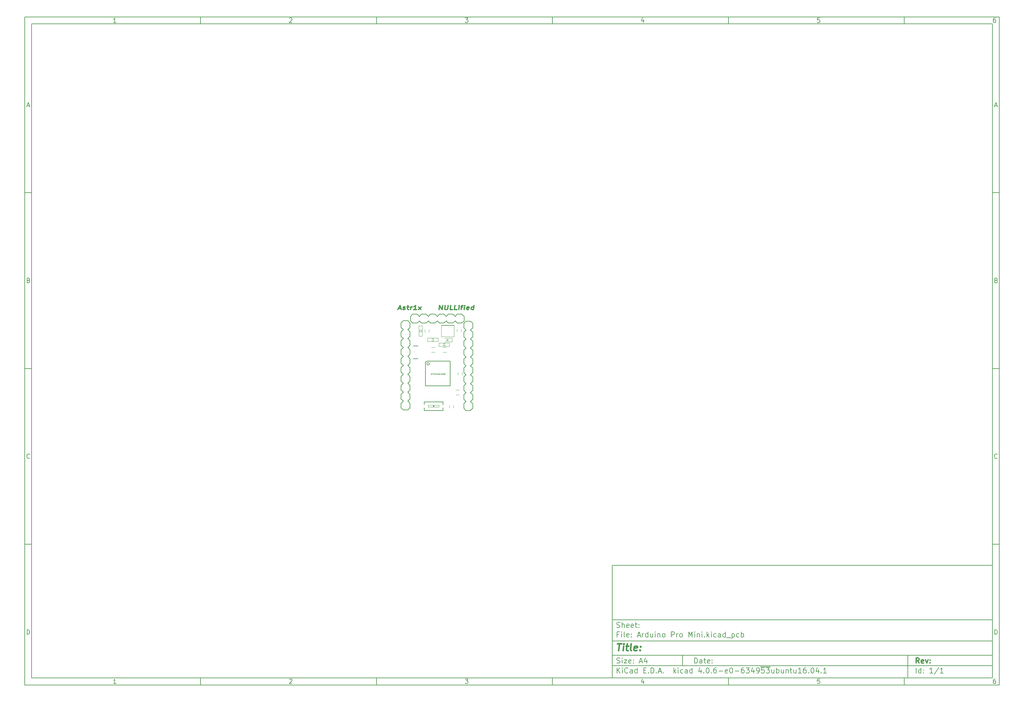
<source format=gbr>
G04 #@! TF.FileFunction,Legend,Top*
%FSLAX46Y46*%
G04 Gerber Fmt 4.6, Leading zero omitted, Abs format (unit mm)*
G04 Created by KiCad (PCBNEW 4.0.6-e0-6349~53~ubuntu16.04.1) date Wed Jun 21 16:24:44 2017*
%MOMM*%
%LPD*%
G01*
G04 APERTURE LIST*
%ADD10C,0.100000*%
%ADD11C,0.150000*%
%ADD12C,0.300000*%
%ADD13C,0.400000*%
%ADD14C,0.120000*%
%ADD15C,0.066040*%
%ADD16C,0.050800*%
%ADD17C,0.203200*%
%ADD18C,0.050000*%
%ADD19C,0.152400*%
%ADD20C,0.101600*%
G04 APERTURE END LIST*
D10*
D11*
X177002200Y-166007200D02*
X177002200Y-198007200D01*
X285002200Y-198007200D01*
X285002200Y-166007200D01*
X177002200Y-166007200D01*
D10*
D11*
X10000000Y-10000000D02*
X10000000Y-200007200D01*
X287002200Y-200007200D01*
X287002200Y-10000000D01*
X10000000Y-10000000D01*
D10*
D11*
X12000000Y-12000000D02*
X12000000Y-198007200D01*
X285002200Y-198007200D01*
X285002200Y-12000000D01*
X12000000Y-12000000D01*
D10*
D11*
X60000000Y-12000000D02*
X60000000Y-10000000D01*
D10*
D11*
X110000000Y-12000000D02*
X110000000Y-10000000D01*
D10*
D11*
X160000000Y-12000000D02*
X160000000Y-10000000D01*
D10*
D11*
X210000000Y-12000000D02*
X210000000Y-10000000D01*
D10*
D11*
X260000000Y-12000000D02*
X260000000Y-10000000D01*
D10*
D11*
X35990476Y-11588095D02*
X35247619Y-11588095D01*
X35619048Y-11588095D02*
X35619048Y-10288095D01*
X35495238Y-10473810D01*
X35371429Y-10597619D01*
X35247619Y-10659524D01*
D10*
D11*
X85247619Y-10411905D02*
X85309524Y-10350000D01*
X85433333Y-10288095D01*
X85742857Y-10288095D01*
X85866667Y-10350000D01*
X85928571Y-10411905D01*
X85990476Y-10535714D01*
X85990476Y-10659524D01*
X85928571Y-10845238D01*
X85185714Y-11588095D01*
X85990476Y-11588095D01*
D10*
D11*
X135185714Y-10288095D02*
X135990476Y-10288095D01*
X135557143Y-10783333D01*
X135742857Y-10783333D01*
X135866667Y-10845238D01*
X135928571Y-10907143D01*
X135990476Y-11030952D01*
X135990476Y-11340476D01*
X135928571Y-11464286D01*
X135866667Y-11526190D01*
X135742857Y-11588095D01*
X135371429Y-11588095D01*
X135247619Y-11526190D01*
X135185714Y-11464286D01*
D10*
D11*
X185866667Y-10721429D02*
X185866667Y-11588095D01*
X185557143Y-10226190D02*
X185247619Y-11154762D01*
X186052381Y-11154762D01*
D10*
D11*
X235928571Y-10288095D02*
X235309524Y-10288095D01*
X235247619Y-10907143D01*
X235309524Y-10845238D01*
X235433333Y-10783333D01*
X235742857Y-10783333D01*
X235866667Y-10845238D01*
X235928571Y-10907143D01*
X235990476Y-11030952D01*
X235990476Y-11340476D01*
X235928571Y-11464286D01*
X235866667Y-11526190D01*
X235742857Y-11588095D01*
X235433333Y-11588095D01*
X235309524Y-11526190D01*
X235247619Y-11464286D01*
D10*
D11*
X285866667Y-10288095D02*
X285619048Y-10288095D01*
X285495238Y-10350000D01*
X285433333Y-10411905D01*
X285309524Y-10597619D01*
X285247619Y-10845238D01*
X285247619Y-11340476D01*
X285309524Y-11464286D01*
X285371429Y-11526190D01*
X285495238Y-11588095D01*
X285742857Y-11588095D01*
X285866667Y-11526190D01*
X285928571Y-11464286D01*
X285990476Y-11340476D01*
X285990476Y-11030952D01*
X285928571Y-10907143D01*
X285866667Y-10845238D01*
X285742857Y-10783333D01*
X285495238Y-10783333D01*
X285371429Y-10845238D01*
X285309524Y-10907143D01*
X285247619Y-11030952D01*
D10*
D11*
X60000000Y-198007200D02*
X60000000Y-200007200D01*
D10*
D11*
X110000000Y-198007200D02*
X110000000Y-200007200D01*
D10*
D11*
X160000000Y-198007200D02*
X160000000Y-200007200D01*
D10*
D11*
X210000000Y-198007200D02*
X210000000Y-200007200D01*
D10*
D11*
X260000000Y-198007200D02*
X260000000Y-200007200D01*
D10*
D11*
X35990476Y-199595295D02*
X35247619Y-199595295D01*
X35619048Y-199595295D02*
X35619048Y-198295295D01*
X35495238Y-198481010D01*
X35371429Y-198604819D01*
X35247619Y-198666724D01*
D10*
D11*
X85247619Y-198419105D02*
X85309524Y-198357200D01*
X85433333Y-198295295D01*
X85742857Y-198295295D01*
X85866667Y-198357200D01*
X85928571Y-198419105D01*
X85990476Y-198542914D01*
X85990476Y-198666724D01*
X85928571Y-198852438D01*
X85185714Y-199595295D01*
X85990476Y-199595295D01*
D10*
D11*
X135185714Y-198295295D02*
X135990476Y-198295295D01*
X135557143Y-198790533D01*
X135742857Y-198790533D01*
X135866667Y-198852438D01*
X135928571Y-198914343D01*
X135990476Y-199038152D01*
X135990476Y-199347676D01*
X135928571Y-199471486D01*
X135866667Y-199533390D01*
X135742857Y-199595295D01*
X135371429Y-199595295D01*
X135247619Y-199533390D01*
X135185714Y-199471486D01*
D10*
D11*
X185866667Y-198728629D02*
X185866667Y-199595295D01*
X185557143Y-198233390D02*
X185247619Y-199161962D01*
X186052381Y-199161962D01*
D10*
D11*
X235928571Y-198295295D02*
X235309524Y-198295295D01*
X235247619Y-198914343D01*
X235309524Y-198852438D01*
X235433333Y-198790533D01*
X235742857Y-198790533D01*
X235866667Y-198852438D01*
X235928571Y-198914343D01*
X235990476Y-199038152D01*
X235990476Y-199347676D01*
X235928571Y-199471486D01*
X235866667Y-199533390D01*
X235742857Y-199595295D01*
X235433333Y-199595295D01*
X235309524Y-199533390D01*
X235247619Y-199471486D01*
D10*
D11*
X285866667Y-198295295D02*
X285619048Y-198295295D01*
X285495238Y-198357200D01*
X285433333Y-198419105D01*
X285309524Y-198604819D01*
X285247619Y-198852438D01*
X285247619Y-199347676D01*
X285309524Y-199471486D01*
X285371429Y-199533390D01*
X285495238Y-199595295D01*
X285742857Y-199595295D01*
X285866667Y-199533390D01*
X285928571Y-199471486D01*
X285990476Y-199347676D01*
X285990476Y-199038152D01*
X285928571Y-198914343D01*
X285866667Y-198852438D01*
X285742857Y-198790533D01*
X285495238Y-198790533D01*
X285371429Y-198852438D01*
X285309524Y-198914343D01*
X285247619Y-199038152D01*
D10*
D11*
X10000000Y-60000000D02*
X12000000Y-60000000D01*
D10*
D11*
X10000000Y-110000000D02*
X12000000Y-110000000D01*
D10*
D11*
X10000000Y-160000000D02*
X12000000Y-160000000D01*
D10*
D11*
X10690476Y-35216667D02*
X11309524Y-35216667D01*
X10566667Y-35588095D02*
X11000000Y-34288095D01*
X11433333Y-35588095D01*
D10*
D11*
X11092857Y-84907143D02*
X11278571Y-84969048D01*
X11340476Y-85030952D01*
X11402381Y-85154762D01*
X11402381Y-85340476D01*
X11340476Y-85464286D01*
X11278571Y-85526190D01*
X11154762Y-85588095D01*
X10659524Y-85588095D01*
X10659524Y-84288095D01*
X11092857Y-84288095D01*
X11216667Y-84350000D01*
X11278571Y-84411905D01*
X11340476Y-84535714D01*
X11340476Y-84659524D01*
X11278571Y-84783333D01*
X11216667Y-84845238D01*
X11092857Y-84907143D01*
X10659524Y-84907143D01*
D10*
D11*
X11402381Y-135464286D02*
X11340476Y-135526190D01*
X11154762Y-135588095D01*
X11030952Y-135588095D01*
X10845238Y-135526190D01*
X10721429Y-135402381D01*
X10659524Y-135278571D01*
X10597619Y-135030952D01*
X10597619Y-134845238D01*
X10659524Y-134597619D01*
X10721429Y-134473810D01*
X10845238Y-134350000D01*
X11030952Y-134288095D01*
X11154762Y-134288095D01*
X11340476Y-134350000D01*
X11402381Y-134411905D01*
D10*
D11*
X10659524Y-185588095D02*
X10659524Y-184288095D01*
X10969048Y-184288095D01*
X11154762Y-184350000D01*
X11278571Y-184473810D01*
X11340476Y-184597619D01*
X11402381Y-184845238D01*
X11402381Y-185030952D01*
X11340476Y-185278571D01*
X11278571Y-185402381D01*
X11154762Y-185526190D01*
X10969048Y-185588095D01*
X10659524Y-185588095D01*
D10*
D11*
X287002200Y-60000000D02*
X285002200Y-60000000D01*
D10*
D11*
X287002200Y-110000000D02*
X285002200Y-110000000D01*
D10*
D11*
X287002200Y-160000000D02*
X285002200Y-160000000D01*
D10*
D11*
X285692676Y-35216667D02*
X286311724Y-35216667D01*
X285568867Y-35588095D02*
X286002200Y-34288095D01*
X286435533Y-35588095D01*
D10*
D11*
X286095057Y-84907143D02*
X286280771Y-84969048D01*
X286342676Y-85030952D01*
X286404581Y-85154762D01*
X286404581Y-85340476D01*
X286342676Y-85464286D01*
X286280771Y-85526190D01*
X286156962Y-85588095D01*
X285661724Y-85588095D01*
X285661724Y-84288095D01*
X286095057Y-84288095D01*
X286218867Y-84350000D01*
X286280771Y-84411905D01*
X286342676Y-84535714D01*
X286342676Y-84659524D01*
X286280771Y-84783333D01*
X286218867Y-84845238D01*
X286095057Y-84907143D01*
X285661724Y-84907143D01*
D10*
D11*
X286404581Y-135464286D02*
X286342676Y-135526190D01*
X286156962Y-135588095D01*
X286033152Y-135588095D01*
X285847438Y-135526190D01*
X285723629Y-135402381D01*
X285661724Y-135278571D01*
X285599819Y-135030952D01*
X285599819Y-134845238D01*
X285661724Y-134597619D01*
X285723629Y-134473810D01*
X285847438Y-134350000D01*
X286033152Y-134288095D01*
X286156962Y-134288095D01*
X286342676Y-134350000D01*
X286404581Y-134411905D01*
D10*
D11*
X285661724Y-185588095D02*
X285661724Y-184288095D01*
X285971248Y-184288095D01*
X286156962Y-184350000D01*
X286280771Y-184473810D01*
X286342676Y-184597619D01*
X286404581Y-184845238D01*
X286404581Y-185030952D01*
X286342676Y-185278571D01*
X286280771Y-185402381D01*
X286156962Y-185526190D01*
X285971248Y-185588095D01*
X285661724Y-185588095D01*
D10*
D11*
X200359343Y-193785771D02*
X200359343Y-192285771D01*
X200716486Y-192285771D01*
X200930771Y-192357200D01*
X201073629Y-192500057D01*
X201145057Y-192642914D01*
X201216486Y-192928629D01*
X201216486Y-193142914D01*
X201145057Y-193428629D01*
X201073629Y-193571486D01*
X200930771Y-193714343D01*
X200716486Y-193785771D01*
X200359343Y-193785771D01*
X202502200Y-193785771D02*
X202502200Y-193000057D01*
X202430771Y-192857200D01*
X202287914Y-192785771D01*
X202002200Y-192785771D01*
X201859343Y-192857200D01*
X202502200Y-193714343D02*
X202359343Y-193785771D01*
X202002200Y-193785771D01*
X201859343Y-193714343D01*
X201787914Y-193571486D01*
X201787914Y-193428629D01*
X201859343Y-193285771D01*
X202002200Y-193214343D01*
X202359343Y-193214343D01*
X202502200Y-193142914D01*
X203002200Y-192785771D02*
X203573629Y-192785771D01*
X203216486Y-192285771D02*
X203216486Y-193571486D01*
X203287914Y-193714343D01*
X203430772Y-193785771D01*
X203573629Y-193785771D01*
X204645057Y-193714343D02*
X204502200Y-193785771D01*
X204216486Y-193785771D01*
X204073629Y-193714343D01*
X204002200Y-193571486D01*
X204002200Y-193000057D01*
X204073629Y-192857200D01*
X204216486Y-192785771D01*
X204502200Y-192785771D01*
X204645057Y-192857200D01*
X204716486Y-193000057D01*
X204716486Y-193142914D01*
X204002200Y-193285771D01*
X205359343Y-193642914D02*
X205430771Y-193714343D01*
X205359343Y-193785771D01*
X205287914Y-193714343D01*
X205359343Y-193642914D01*
X205359343Y-193785771D01*
X205359343Y-192857200D02*
X205430771Y-192928629D01*
X205359343Y-193000057D01*
X205287914Y-192928629D01*
X205359343Y-192857200D01*
X205359343Y-193000057D01*
D10*
D11*
X177002200Y-194507200D02*
X285002200Y-194507200D01*
D10*
D11*
X178359343Y-196585771D02*
X178359343Y-195085771D01*
X179216486Y-196585771D02*
X178573629Y-195728629D01*
X179216486Y-195085771D02*
X178359343Y-195942914D01*
X179859343Y-196585771D02*
X179859343Y-195585771D01*
X179859343Y-195085771D02*
X179787914Y-195157200D01*
X179859343Y-195228629D01*
X179930771Y-195157200D01*
X179859343Y-195085771D01*
X179859343Y-195228629D01*
X181430772Y-196442914D02*
X181359343Y-196514343D01*
X181145057Y-196585771D01*
X181002200Y-196585771D01*
X180787915Y-196514343D01*
X180645057Y-196371486D01*
X180573629Y-196228629D01*
X180502200Y-195942914D01*
X180502200Y-195728629D01*
X180573629Y-195442914D01*
X180645057Y-195300057D01*
X180787915Y-195157200D01*
X181002200Y-195085771D01*
X181145057Y-195085771D01*
X181359343Y-195157200D01*
X181430772Y-195228629D01*
X182716486Y-196585771D02*
X182716486Y-195800057D01*
X182645057Y-195657200D01*
X182502200Y-195585771D01*
X182216486Y-195585771D01*
X182073629Y-195657200D01*
X182716486Y-196514343D02*
X182573629Y-196585771D01*
X182216486Y-196585771D01*
X182073629Y-196514343D01*
X182002200Y-196371486D01*
X182002200Y-196228629D01*
X182073629Y-196085771D01*
X182216486Y-196014343D01*
X182573629Y-196014343D01*
X182716486Y-195942914D01*
X184073629Y-196585771D02*
X184073629Y-195085771D01*
X184073629Y-196514343D02*
X183930772Y-196585771D01*
X183645058Y-196585771D01*
X183502200Y-196514343D01*
X183430772Y-196442914D01*
X183359343Y-196300057D01*
X183359343Y-195871486D01*
X183430772Y-195728629D01*
X183502200Y-195657200D01*
X183645058Y-195585771D01*
X183930772Y-195585771D01*
X184073629Y-195657200D01*
X185930772Y-195800057D02*
X186430772Y-195800057D01*
X186645058Y-196585771D02*
X185930772Y-196585771D01*
X185930772Y-195085771D01*
X186645058Y-195085771D01*
X187287915Y-196442914D02*
X187359343Y-196514343D01*
X187287915Y-196585771D01*
X187216486Y-196514343D01*
X187287915Y-196442914D01*
X187287915Y-196585771D01*
X188002201Y-196585771D02*
X188002201Y-195085771D01*
X188359344Y-195085771D01*
X188573629Y-195157200D01*
X188716487Y-195300057D01*
X188787915Y-195442914D01*
X188859344Y-195728629D01*
X188859344Y-195942914D01*
X188787915Y-196228629D01*
X188716487Y-196371486D01*
X188573629Y-196514343D01*
X188359344Y-196585771D01*
X188002201Y-196585771D01*
X189502201Y-196442914D02*
X189573629Y-196514343D01*
X189502201Y-196585771D01*
X189430772Y-196514343D01*
X189502201Y-196442914D01*
X189502201Y-196585771D01*
X190145058Y-196157200D02*
X190859344Y-196157200D01*
X190002201Y-196585771D02*
X190502201Y-195085771D01*
X191002201Y-196585771D01*
X191502201Y-196442914D02*
X191573629Y-196514343D01*
X191502201Y-196585771D01*
X191430772Y-196514343D01*
X191502201Y-196442914D01*
X191502201Y-196585771D01*
X194502201Y-196585771D02*
X194502201Y-195085771D01*
X194645058Y-196014343D02*
X195073629Y-196585771D01*
X195073629Y-195585771D02*
X194502201Y-196157200D01*
X195716487Y-196585771D02*
X195716487Y-195585771D01*
X195716487Y-195085771D02*
X195645058Y-195157200D01*
X195716487Y-195228629D01*
X195787915Y-195157200D01*
X195716487Y-195085771D01*
X195716487Y-195228629D01*
X197073630Y-196514343D02*
X196930773Y-196585771D01*
X196645059Y-196585771D01*
X196502201Y-196514343D01*
X196430773Y-196442914D01*
X196359344Y-196300057D01*
X196359344Y-195871486D01*
X196430773Y-195728629D01*
X196502201Y-195657200D01*
X196645059Y-195585771D01*
X196930773Y-195585771D01*
X197073630Y-195657200D01*
X198359344Y-196585771D02*
X198359344Y-195800057D01*
X198287915Y-195657200D01*
X198145058Y-195585771D01*
X197859344Y-195585771D01*
X197716487Y-195657200D01*
X198359344Y-196514343D02*
X198216487Y-196585771D01*
X197859344Y-196585771D01*
X197716487Y-196514343D01*
X197645058Y-196371486D01*
X197645058Y-196228629D01*
X197716487Y-196085771D01*
X197859344Y-196014343D01*
X198216487Y-196014343D01*
X198359344Y-195942914D01*
X199716487Y-196585771D02*
X199716487Y-195085771D01*
X199716487Y-196514343D02*
X199573630Y-196585771D01*
X199287916Y-196585771D01*
X199145058Y-196514343D01*
X199073630Y-196442914D01*
X199002201Y-196300057D01*
X199002201Y-195871486D01*
X199073630Y-195728629D01*
X199145058Y-195657200D01*
X199287916Y-195585771D01*
X199573630Y-195585771D01*
X199716487Y-195657200D01*
X202216487Y-195585771D02*
X202216487Y-196585771D01*
X201859344Y-195014343D02*
X201502201Y-196085771D01*
X202430773Y-196085771D01*
X203002201Y-196442914D02*
X203073629Y-196514343D01*
X203002201Y-196585771D01*
X202930772Y-196514343D01*
X203002201Y-196442914D01*
X203002201Y-196585771D01*
X204002201Y-195085771D02*
X204145058Y-195085771D01*
X204287915Y-195157200D01*
X204359344Y-195228629D01*
X204430773Y-195371486D01*
X204502201Y-195657200D01*
X204502201Y-196014343D01*
X204430773Y-196300057D01*
X204359344Y-196442914D01*
X204287915Y-196514343D01*
X204145058Y-196585771D01*
X204002201Y-196585771D01*
X203859344Y-196514343D01*
X203787915Y-196442914D01*
X203716487Y-196300057D01*
X203645058Y-196014343D01*
X203645058Y-195657200D01*
X203716487Y-195371486D01*
X203787915Y-195228629D01*
X203859344Y-195157200D01*
X204002201Y-195085771D01*
X205145058Y-196442914D02*
X205216486Y-196514343D01*
X205145058Y-196585771D01*
X205073629Y-196514343D01*
X205145058Y-196442914D01*
X205145058Y-196585771D01*
X206502201Y-195085771D02*
X206216487Y-195085771D01*
X206073630Y-195157200D01*
X206002201Y-195228629D01*
X205859344Y-195442914D01*
X205787915Y-195728629D01*
X205787915Y-196300057D01*
X205859344Y-196442914D01*
X205930772Y-196514343D01*
X206073630Y-196585771D01*
X206359344Y-196585771D01*
X206502201Y-196514343D01*
X206573630Y-196442914D01*
X206645058Y-196300057D01*
X206645058Y-195942914D01*
X206573630Y-195800057D01*
X206502201Y-195728629D01*
X206359344Y-195657200D01*
X206073630Y-195657200D01*
X205930772Y-195728629D01*
X205859344Y-195800057D01*
X205787915Y-195942914D01*
X207287915Y-196014343D02*
X208430772Y-196014343D01*
X209716486Y-196514343D02*
X209573629Y-196585771D01*
X209287915Y-196585771D01*
X209145058Y-196514343D01*
X209073629Y-196371486D01*
X209073629Y-195800057D01*
X209145058Y-195657200D01*
X209287915Y-195585771D01*
X209573629Y-195585771D01*
X209716486Y-195657200D01*
X209787915Y-195800057D01*
X209787915Y-195942914D01*
X209073629Y-196085771D01*
X210716486Y-195085771D02*
X210859343Y-195085771D01*
X211002200Y-195157200D01*
X211073629Y-195228629D01*
X211145058Y-195371486D01*
X211216486Y-195657200D01*
X211216486Y-196014343D01*
X211145058Y-196300057D01*
X211073629Y-196442914D01*
X211002200Y-196514343D01*
X210859343Y-196585771D01*
X210716486Y-196585771D01*
X210573629Y-196514343D01*
X210502200Y-196442914D01*
X210430772Y-196300057D01*
X210359343Y-196014343D01*
X210359343Y-195657200D01*
X210430772Y-195371486D01*
X210502200Y-195228629D01*
X210573629Y-195157200D01*
X210716486Y-195085771D01*
X211859343Y-196014343D02*
X213002200Y-196014343D01*
X214359343Y-195085771D02*
X214073629Y-195085771D01*
X213930772Y-195157200D01*
X213859343Y-195228629D01*
X213716486Y-195442914D01*
X213645057Y-195728629D01*
X213645057Y-196300057D01*
X213716486Y-196442914D01*
X213787914Y-196514343D01*
X213930772Y-196585771D01*
X214216486Y-196585771D01*
X214359343Y-196514343D01*
X214430772Y-196442914D01*
X214502200Y-196300057D01*
X214502200Y-195942914D01*
X214430772Y-195800057D01*
X214359343Y-195728629D01*
X214216486Y-195657200D01*
X213930772Y-195657200D01*
X213787914Y-195728629D01*
X213716486Y-195800057D01*
X213645057Y-195942914D01*
X215002200Y-195085771D02*
X215930771Y-195085771D01*
X215430771Y-195657200D01*
X215645057Y-195657200D01*
X215787914Y-195728629D01*
X215859343Y-195800057D01*
X215930771Y-195942914D01*
X215930771Y-196300057D01*
X215859343Y-196442914D01*
X215787914Y-196514343D01*
X215645057Y-196585771D01*
X215216485Y-196585771D01*
X215073628Y-196514343D01*
X215002200Y-196442914D01*
X217216485Y-195585771D02*
X217216485Y-196585771D01*
X216859342Y-195014343D02*
X216502199Y-196085771D01*
X217430771Y-196085771D01*
X218073627Y-196585771D02*
X218359342Y-196585771D01*
X218502199Y-196514343D01*
X218573627Y-196442914D01*
X218716485Y-196228629D01*
X218787913Y-195942914D01*
X218787913Y-195371486D01*
X218716485Y-195228629D01*
X218645056Y-195157200D01*
X218502199Y-195085771D01*
X218216485Y-195085771D01*
X218073627Y-195157200D01*
X218002199Y-195228629D01*
X217930770Y-195371486D01*
X217930770Y-195728629D01*
X218002199Y-195871486D01*
X218073627Y-195942914D01*
X218216485Y-196014343D01*
X218502199Y-196014343D01*
X218645056Y-195942914D01*
X218716485Y-195871486D01*
X218787913Y-195728629D01*
X220145056Y-195085771D02*
X219430770Y-195085771D01*
X219359341Y-195800057D01*
X219430770Y-195728629D01*
X219573627Y-195657200D01*
X219930770Y-195657200D01*
X220073627Y-195728629D01*
X220145056Y-195800057D01*
X220216484Y-195942914D01*
X220216484Y-196300057D01*
X220145056Y-196442914D01*
X220073627Y-196514343D01*
X219930770Y-196585771D01*
X219573627Y-196585771D01*
X219430770Y-196514343D01*
X219359341Y-196442914D01*
X220716484Y-195085771D02*
X221645055Y-195085771D01*
X221145055Y-195657200D01*
X221359341Y-195657200D01*
X221502198Y-195728629D01*
X221573627Y-195800057D01*
X221645055Y-195942914D01*
X221645055Y-196300057D01*
X221573627Y-196442914D01*
X221502198Y-196514343D01*
X221359341Y-196585771D01*
X220930769Y-196585771D01*
X220787912Y-196514343D01*
X220716484Y-196442914D01*
X219073627Y-194827200D02*
X221930769Y-194827200D01*
X222930769Y-195585771D02*
X222930769Y-196585771D01*
X222287912Y-195585771D02*
X222287912Y-196371486D01*
X222359340Y-196514343D01*
X222502198Y-196585771D01*
X222716483Y-196585771D01*
X222859340Y-196514343D01*
X222930769Y-196442914D01*
X223645055Y-196585771D02*
X223645055Y-195085771D01*
X223645055Y-195657200D02*
X223787912Y-195585771D01*
X224073626Y-195585771D01*
X224216483Y-195657200D01*
X224287912Y-195728629D01*
X224359341Y-195871486D01*
X224359341Y-196300057D01*
X224287912Y-196442914D01*
X224216483Y-196514343D01*
X224073626Y-196585771D01*
X223787912Y-196585771D01*
X223645055Y-196514343D01*
X225645055Y-195585771D02*
X225645055Y-196585771D01*
X225002198Y-195585771D02*
X225002198Y-196371486D01*
X225073626Y-196514343D01*
X225216484Y-196585771D01*
X225430769Y-196585771D01*
X225573626Y-196514343D01*
X225645055Y-196442914D01*
X226359341Y-195585771D02*
X226359341Y-196585771D01*
X226359341Y-195728629D02*
X226430769Y-195657200D01*
X226573627Y-195585771D01*
X226787912Y-195585771D01*
X226930769Y-195657200D01*
X227002198Y-195800057D01*
X227002198Y-196585771D01*
X227502198Y-195585771D02*
X228073627Y-195585771D01*
X227716484Y-195085771D02*
X227716484Y-196371486D01*
X227787912Y-196514343D01*
X227930770Y-196585771D01*
X228073627Y-196585771D01*
X229216484Y-195585771D02*
X229216484Y-196585771D01*
X228573627Y-195585771D02*
X228573627Y-196371486D01*
X228645055Y-196514343D01*
X228787913Y-196585771D01*
X229002198Y-196585771D01*
X229145055Y-196514343D01*
X229216484Y-196442914D01*
X230716484Y-196585771D02*
X229859341Y-196585771D01*
X230287913Y-196585771D02*
X230287913Y-195085771D01*
X230145056Y-195300057D01*
X230002198Y-195442914D01*
X229859341Y-195514343D01*
X232002198Y-195085771D02*
X231716484Y-195085771D01*
X231573627Y-195157200D01*
X231502198Y-195228629D01*
X231359341Y-195442914D01*
X231287912Y-195728629D01*
X231287912Y-196300057D01*
X231359341Y-196442914D01*
X231430769Y-196514343D01*
X231573627Y-196585771D01*
X231859341Y-196585771D01*
X232002198Y-196514343D01*
X232073627Y-196442914D01*
X232145055Y-196300057D01*
X232145055Y-195942914D01*
X232073627Y-195800057D01*
X232002198Y-195728629D01*
X231859341Y-195657200D01*
X231573627Y-195657200D01*
X231430769Y-195728629D01*
X231359341Y-195800057D01*
X231287912Y-195942914D01*
X232787912Y-196442914D02*
X232859340Y-196514343D01*
X232787912Y-196585771D01*
X232716483Y-196514343D01*
X232787912Y-196442914D01*
X232787912Y-196585771D01*
X233787912Y-195085771D02*
X233930769Y-195085771D01*
X234073626Y-195157200D01*
X234145055Y-195228629D01*
X234216484Y-195371486D01*
X234287912Y-195657200D01*
X234287912Y-196014343D01*
X234216484Y-196300057D01*
X234145055Y-196442914D01*
X234073626Y-196514343D01*
X233930769Y-196585771D01*
X233787912Y-196585771D01*
X233645055Y-196514343D01*
X233573626Y-196442914D01*
X233502198Y-196300057D01*
X233430769Y-196014343D01*
X233430769Y-195657200D01*
X233502198Y-195371486D01*
X233573626Y-195228629D01*
X233645055Y-195157200D01*
X233787912Y-195085771D01*
X235573626Y-195585771D02*
X235573626Y-196585771D01*
X235216483Y-195014343D02*
X234859340Y-196085771D01*
X235787912Y-196085771D01*
X236359340Y-196442914D02*
X236430768Y-196514343D01*
X236359340Y-196585771D01*
X236287911Y-196514343D01*
X236359340Y-196442914D01*
X236359340Y-196585771D01*
X237859340Y-196585771D02*
X237002197Y-196585771D01*
X237430769Y-196585771D02*
X237430769Y-195085771D01*
X237287912Y-195300057D01*
X237145054Y-195442914D01*
X237002197Y-195514343D01*
D10*
D11*
X177002200Y-191507200D02*
X285002200Y-191507200D01*
D10*
D12*
X264216486Y-193785771D02*
X263716486Y-193071486D01*
X263359343Y-193785771D02*
X263359343Y-192285771D01*
X263930771Y-192285771D01*
X264073629Y-192357200D01*
X264145057Y-192428629D01*
X264216486Y-192571486D01*
X264216486Y-192785771D01*
X264145057Y-192928629D01*
X264073629Y-193000057D01*
X263930771Y-193071486D01*
X263359343Y-193071486D01*
X265430771Y-193714343D02*
X265287914Y-193785771D01*
X265002200Y-193785771D01*
X264859343Y-193714343D01*
X264787914Y-193571486D01*
X264787914Y-193000057D01*
X264859343Y-192857200D01*
X265002200Y-192785771D01*
X265287914Y-192785771D01*
X265430771Y-192857200D01*
X265502200Y-193000057D01*
X265502200Y-193142914D01*
X264787914Y-193285771D01*
X266002200Y-192785771D02*
X266359343Y-193785771D01*
X266716485Y-192785771D01*
X267287914Y-193642914D02*
X267359342Y-193714343D01*
X267287914Y-193785771D01*
X267216485Y-193714343D01*
X267287914Y-193642914D01*
X267287914Y-193785771D01*
X267287914Y-192857200D02*
X267359342Y-192928629D01*
X267287914Y-193000057D01*
X267216485Y-192928629D01*
X267287914Y-192857200D01*
X267287914Y-193000057D01*
D10*
D11*
X178287914Y-193714343D02*
X178502200Y-193785771D01*
X178859343Y-193785771D01*
X179002200Y-193714343D01*
X179073629Y-193642914D01*
X179145057Y-193500057D01*
X179145057Y-193357200D01*
X179073629Y-193214343D01*
X179002200Y-193142914D01*
X178859343Y-193071486D01*
X178573629Y-193000057D01*
X178430771Y-192928629D01*
X178359343Y-192857200D01*
X178287914Y-192714343D01*
X178287914Y-192571486D01*
X178359343Y-192428629D01*
X178430771Y-192357200D01*
X178573629Y-192285771D01*
X178930771Y-192285771D01*
X179145057Y-192357200D01*
X179787914Y-193785771D02*
X179787914Y-192785771D01*
X179787914Y-192285771D02*
X179716485Y-192357200D01*
X179787914Y-192428629D01*
X179859342Y-192357200D01*
X179787914Y-192285771D01*
X179787914Y-192428629D01*
X180359343Y-192785771D02*
X181145057Y-192785771D01*
X180359343Y-193785771D01*
X181145057Y-193785771D01*
X182287914Y-193714343D02*
X182145057Y-193785771D01*
X181859343Y-193785771D01*
X181716486Y-193714343D01*
X181645057Y-193571486D01*
X181645057Y-193000057D01*
X181716486Y-192857200D01*
X181859343Y-192785771D01*
X182145057Y-192785771D01*
X182287914Y-192857200D01*
X182359343Y-193000057D01*
X182359343Y-193142914D01*
X181645057Y-193285771D01*
X183002200Y-193642914D02*
X183073628Y-193714343D01*
X183002200Y-193785771D01*
X182930771Y-193714343D01*
X183002200Y-193642914D01*
X183002200Y-193785771D01*
X183002200Y-192857200D02*
X183073628Y-192928629D01*
X183002200Y-193000057D01*
X182930771Y-192928629D01*
X183002200Y-192857200D01*
X183002200Y-193000057D01*
X184787914Y-193357200D02*
X185502200Y-193357200D01*
X184645057Y-193785771D02*
X185145057Y-192285771D01*
X185645057Y-193785771D01*
X186787914Y-192785771D02*
X186787914Y-193785771D01*
X186430771Y-192214343D02*
X186073628Y-193285771D01*
X187002200Y-193285771D01*
D10*
D11*
X263359343Y-196585771D02*
X263359343Y-195085771D01*
X264716486Y-196585771D02*
X264716486Y-195085771D01*
X264716486Y-196514343D02*
X264573629Y-196585771D01*
X264287915Y-196585771D01*
X264145057Y-196514343D01*
X264073629Y-196442914D01*
X264002200Y-196300057D01*
X264002200Y-195871486D01*
X264073629Y-195728629D01*
X264145057Y-195657200D01*
X264287915Y-195585771D01*
X264573629Y-195585771D01*
X264716486Y-195657200D01*
X265430772Y-196442914D02*
X265502200Y-196514343D01*
X265430772Y-196585771D01*
X265359343Y-196514343D01*
X265430772Y-196442914D01*
X265430772Y-196585771D01*
X265430772Y-195657200D02*
X265502200Y-195728629D01*
X265430772Y-195800057D01*
X265359343Y-195728629D01*
X265430772Y-195657200D01*
X265430772Y-195800057D01*
X268073629Y-196585771D02*
X267216486Y-196585771D01*
X267645058Y-196585771D02*
X267645058Y-195085771D01*
X267502201Y-195300057D01*
X267359343Y-195442914D01*
X267216486Y-195514343D01*
X269787914Y-195014343D02*
X268502200Y-196942914D01*
X271073629Y-196585771D02*
X270216486Y-196585771D01*
X270645058Y-196585771D02*
X270645058Y-195085771D01*
X270502201Y-195300057D01*
X270359343Y-195442914D01*
X270216486Y-195514343D01*
D10*
D11*
X177002200Y-187507200D02*
X285002200Y-187507200D01*
D10*
D13*
X178454581Y-188211962D02*
X179597438Y-188211962D01*
X178776010Y-190211962D02*
X179026010Y-188211962D01*
X180014105Y-190211962D02*
X180180771Y-188878629D01*
X180264105Y-188211962D02*
X180156962Y-188307200D01*
X180240295Y-188402438D01*
X180347439Y-188307200D01*
X180264105Y-188211962D01*
X180240295Y-188402438D01*
X180847438Y-188878629D02*
X181609343Y-188878629D01*
X181216486Y-188211962D02*
X181002200Y-189926248D01*
X181073630Y-190116724D01*
X181252201Y-190211962D01*
X181442677Y-190211962D01*
X182395058Y-190211962D02*
X182216487Y-190116724D01*
X182145057Y-189926248D01*
X182359343Y-188211962D01*
X183930772Y-190116724D02*
X183728391Y-190211962D01*
X183347439Y-190211962D01*
X183168867Y-190116724D01*
X183097438Y-189926248D01*
X183192676Y-189164343D01*
X183311724Y-188973867D01*
X183514105Y-188878629D01*
X183895057Y-188878629D01*
X184073629Y-188973867D01*
X184145057Y-189164343D01*
X184121248Y-189354819D01*
X183145057Y-189545295D01*
X184895057Y-190021486D02*
X184978392Y-190116724D01*
X184871248Y-190211962D01*
X184787915Y-190116724D01*
X184895057Y-190021486D01*
X184871248Y-190211962D01*
X185026010Y-188973867D02*
X185109344Y-189069105D01*
X185002200Y-189164343D01*
X184918867Y-189069105D01*
X185026010Y-188973867D01*
X185002200Y-189164343D01*
D10*
D11*
X178859343Y-185600057D02*
X178359343Y-185600057D01*
X178359343Y-186385771D02*
X178359343Y-184885771D01*
X179073629Y-184885771D01*
X179645057Y-186385771D02*
X179645057Y-185385771D01*
X179645057Y-184885771D02*
X179573628Y-184957200D01*
X179645057Y-185028629D01*
X179716485Y-184957200D01*
X179645057Y-184885771D01*
X179645057Y-185028629D01*
X180573629Y-186385771D02*
X180430771Y-186314343D01*
X180359343Y-186171486D01*
X180359343Y-184885771D01*
X181716485Y-186314343D02*
X181573628Y-186385771D01*
X181287914Y-186385771D01*
X181145057Y-186314343D01*
X181073628Y-186171486D01*
X181073628Y-185600057D01*
X181145057Y-185457200D01*
X181287914Y-185385771D01*
X181573628Y-185385771D01*
X181716485Y-185457200D01*
X181787914Y-185600057D01*
X181787914Y-185742914D01*
X181073628Y-185885771D01*
X182430771Y-186242914D02*
X182502199Y-186314343D01*
X182430771Y-186385771D01*
X182359342Y-186314343D01*
X182430771Y-186242914D01*
X182430771Y-186385771D01*
X182430771Y-185457200D02*
X182502199Y-185528629D01*
X182430771Y-185600057D01*
X182359342Y-185528629D01*
X182430771Y-185457200D01*
X182430771Y-185600057D01*
X184216485Y-185957200D02*
X184930771Y-185957200D01*
X184073628Y-186385771D02*
X184573628Y-184885771D01*
X185073628Y-186385771D01*
X185573628Y-186385771D02*
X185573628Y-185385771D01*
X185573628Y-185671486D02*
X185645056Y-185528629D01*
X185716485Y-185457200D01*
X185859342Y-185385771D01*
X186002199Y-185385771D01*
X187145056Y-186385771D02*
X187145056Y-184885771D01*
X187145056Y-186314343D02*
X187002199Y-186385771D01*
X186716485Y-186385771D01*
X186573627Y-186314343D01*
X186502199Y-186242914D01*
X186430770Y-186100057D01*
X186430770Y-185671486D01*
X186502199Y-185528629D01*
X186573627Y-185457200D01*
X186716485Y-185385771D01*
X187002199Y-185385771D01*
X187145056Y-185457200D01*
X188502199Y-185385771D02*
X188502199Y-186385771D01*
X187859342Y-185385771D02*
X187859342Y-186171486D01*
X187930770Y-186314343D01*
X188073628Y-186385771D01*
X188287913Y-186385771D01*
X188430770Y-186314343D01*
X188502199Y-186242914D01*
X189216485Y-186385771D02*
X189216485Y-185385771D01*
X189216485Y-184885771D02*
X189145056Y-184957200D01*
X189216485Y-185028629D01*
X189287913Y-184957200D01*
X189216485Y-184885771D01*
X189216485Y-185028629D01*
X189930771Y-185385771D02*
X189930771Y-186385771D01*
X189930771Y-185528629D02*
X190002199Y-185457200D01*
X190145057Y-185385771D01*
X190359342Y-185385771D01*
X190502199Y-185457200D01*
X190573628Y-185600057D01*
X190573628Y-186385771D01*
X191502200Y-186385771D02*
X191359342Y-186314343D01*
X191287914Y-186242914D01*
X191216485Y-186100057D01*
X191216485Y-185671486D01*
X191287914Y-185528629D01*
X191359342Y-185457200D01*
X191502200Y-185385771D01*
X191716485Y-185385771D01*
X191859342Y-185457200D01*
X191930771Y-185528629D01*
X192002200Y-185671486D01*
X192002200Y-186100057D01*
X191930771Y-186242914D01*
X191859342Y-186314343D01*
X191716485Y-186385771D01*
X191502200Y-186385771D01*
X193787914Y-186385771D02*
X193787914Y-184885771D01*
X194359342Y-184885771D01*
X194502200Y-184957200D01*
X194573628Y-185028629D01*
X194645057Y-185171486D01*
X194645057Y-185385771D01*
X194573628Y-185528629D01*
X194502200Y-185600057D01*
X194359342Y-185671486D01*
X193787914Y-185671486D01*
X195287914Y-186385771D02*
X195287914Y-185385771D01*
X195287914Y-185671486D02*
X195359342Y-185528629D01*
X195430771Y-185457200D01*
X195573628Y-185385771D01*
X195716485Y-185385771D01*
X196430771Y-186385771D02*
X196287913Y-186314343D01*
X196216485Y-186242914D01*
X196145056Y-186100057D01*
X196145056Y-185671486D01*
X196216485Y-185528629D01*
X196287913Y-185457200D01*
X196430771Y-185385771D01*
X196645056Y-185385771D01*
X196787913Y-185457200D01*
X196859342Y-185528629D01*
X196930771Y-185671486D01*
X196930771Y-186100057D01*
X196859342Y-186242914D01*
X196787913Y-186314343D01*
X196645056Y-186385771D01*
X196430771Y-186385771D01*
X198716485Y-186385771D02*
X198716485Y-184885771D01*
X199216485Y-185957200D01*
X199716485Y-184885771D01*
X199716485Y-186385771D01*
X200430771Y-186385771D02*
X200430771Y-185385771D01*
X200430771Y-184885771D02*
X200359342Y-184957200D01*
X200430771Y-185028629D01*
X200502199Y-184957200D01*
X200430771Y-184885771D01*
X200430771Y-185028629D01*
X201145057Y-185385771D02*
X201145057Y-186385771D01*
X201145057Y-185528629D02*
X201216485Y-185457200D01*
X201359343Y-185385771D01*
X201573628Y-185385771D01*
X201716485Y-185457200D01*
X201787914Y-185600057D01*
X201787914Y-186385771D01*
X202502200Y-186385771D02*
X202502200Y-185385771D01*
X202502200Y-184885771D02*
X202430771Y-184957200D01*
X202502200Y-185028629D01*
X202573628Y-184957200D01*
X202502200Y-184885771D01*
X202502200Y-185028629D01*
X203216486Y-186242914D02*
X203287914Y-186314343D01*
X203216486Y-186385771D01*
X203145057Y-186314343D01*
X203216486Y-186242914D01*
X203216486Y-186385771D01*
X203930772Y-186385771D02*
X203930772Y-184885771D01*
X204073629Y-185814343D02*
X204502200Y-186385771D01*
X204502200Y-185385771D02*
X203930772Y-185957200D01*
X205145058Y-186385771D02*
X205145058Y-185385771D01*
X205145058Y-184885771D02*
X205073629Y-184957200D01*
X205145058Y-185028629D01*
X205216486Y-184957200D01*
X205145058Y-184885771D01*
X205145058Y-185028629D01*
X206502201Y-186314343D02*
X206359344Y-186385771D01*
X206073630Y-186385771D01*
X205930772Y-186314343D01*
X205859344Y-186242914D01*
X205787915Y-186100057D01*
X205787915Y-185671486D01*
X205859344Y-185528629D01*
X205930772Y-185457200D01*
X206073630Y-185385771D01*
X206359344Y-185385771D01*
X206502201Y-185457200D01*
X207787915Y-186385771D02*
X207787915Y-185600057D01*
X207716486Y-185457200D01*
X207573629Y-185385771D01*
X207287915Y-185385771D01*
X207145058Y-185457200D01*
X207787915Y-186314343D02*
X207645058Y-186385771D01*
X207287915Y-186385771D01*
X207145058Y-186314343D01*
X207073629Y-186171486D01*
X207073629Y-186028629D01*
X207145058Y-185885771D01*
X207287915Y-185814343D01*
X207645058Y-185814343D01*
X207787915Y-185742914D01*
X209145058Y-186385771D02*
X209145058Y-184885771D01*
X209145058Y-186314343D02*
X209002201Y-186385771D01*
X208716487Y-186385771D01*
X208573629Y-186314343D01*
X208502201Y-186242914D01*
X208430772Y-186100057D01*
X208430772Y-185671486D01*
X208502201Y-185528629D01*
X208573629Y-185457200D01*
X208716487Y-185385771D01*
X209002201Y-185385771D01*
X209145058Y-185457200D01*
X209502201Y-186528629D02*
X210645058Y-186528629D01*
X211002201Y-185385771D02*
X211002201Y-186885771D01*
X211002201Y-185457200D02*
X211145058Y-185385771D01*
X211430772Y-185385771D01*
X211573629Y-185457200D01*
X211645058Y-185528629D01*
X211716487Y-185671486D01*
X211716487Y-186100057D01*
X211645058Y-186242914D01*
X211573629Y-186314343D01*
X211430772Y-186385771D01*
X211145058Y-186385771D01*
X211002201Y-186314343D01*
X213002201Y-186314343D02*
X212859344Y-186385771D01*
X212573630Y-186385771D01*
X212430772Y-186314343D01*
X212359344Y-186242914D01*
X212287915Y-186100057D01*
X212287915Y-185671486D01*
X212359344Y-185528629D01*
X212430772Y-185457200D01*
X212573630Y-185385771D01*
X212859344Y-185385771D01*
X213002201Y-185457200D01*
X213645058Y-186385771D02*
X213645058Y-184885771D01*
X213645058Y-185457200D02*
X213787915Y-185385771D01*
X214073629Y-185385771D01*
X214216486Y-185457200D01*
X214287915Y-185528629D01*
X214359344Y-185671486D01*
X214359344Y-186100057D01*
X214287915Y-186242914D01*
X214216486Y-186314343D01*
X214073629Y-186385771D01*
X213787915Y-186385771D01*
X213645058Y-186314343D01*
D10*
D11*
X177002200Y-181507200D02*
X285002200Y-181507200D01*
D10*
D11*
X178287914Y-183614343D02*
X178502200Y-183685771D01*
X178859343Y-183685771D01*
X179002200Y-183614343D01*
X179073629Y-183542914D01*
X179145057Y-183400057D01*
X179145057Y-183257200D01*
X179073629Y-183114343D01*
X179002200Y-183042914D01*
X178859343Y-182971486D01*
X178573629Y-182900057D01*
X178430771Y-182828629D01*
X178359343Y-182757200D01*
X178287914Y-182614343D01*
X178287914Y-182471486D01*
X178359343Y-182328629D01*
X178430771Y-182257200D01*
X178573629Y-182185771D01*
X178930771Y-182185771D01*
X179145057Y-182257200D01*
X179787914Y-183685771D02*
X179787914Y-182185771D01*
X180430771Y-183685771D02*
X180430771Y-182900057D01*
X180359342Y-182757200D01*
X180216485Y-182685771D01*
X180002200Y-182685771D01*
X179859342Y-182757200D01*
X179787914Y-182828629D01*
X181716485Y-183614343D02*
X181573628Y-183685771D01*
X181287914Y-183685771D01*
X181145057Y-183614343D01*
X181073628Y-183471486D01*
X181073628Y-182900057D01*
X181145057Y-182757200D01*
X181287914Y-182685771D01*
X181573628Y-182685771D01*
X181716485Y-182757200D01*
X181787914Y-182900057D01*
X181787914Y-183042914D01*
X181073628Y-183185771D01*
X183002199Y-183614343D02*
X182859342Y-183685771D01*
X182573628Y-183685771D01*
X182430771Y-183614343D01*
X182359342Y-183471486D01*
X182359342Y-182900057D01*
X182430771Y-182757200D01*
X182573628Y-182685771D01*
X182859342Y-182685771D01*
X183002199Y-182757200D01*
X183073628Y-182900057D01*
X183073628Y-183042914D01*
X182359342Y-183185771D01*
X183502199Y-182685771D02*
X184073628Y-182685771D01*
X183716485Y-182185771D02*
X183716485Y-183471486D01*
X183787913Y-183614343D01*
X183930771Y-183685771D01*
X184073628Y-183685771D01*
X184573628Y-183542914D02*
X184645056Y-183614343D01*
X184573628Y-183685771D01*
X184502199Y-183614343D01*
X184573628Y-183542914D01*
X184573628Y-183685771D01*
X184573628Y-182757200D02*
X184645056Y-182828629D01*
X184573628Y-182900057D01*
X184502199Y-182828629D01*
X184573628Y-182757200D01*
X184573628Y-182900057D01*
D10*
D11*
X197002200Y-191507200D02*
X197002200Y-194507200D01*
D10*
D11*
X261002200Y-191507200D02*
X261002200Y-198007200D01*
D12*
X116241964Y-92910000D02*
X116956250Y-92910000D01*
X116056250Y-93252857D02*
X116706250Y-92052857D01*
X117056250Y-93252857D01*
X117491964Y-93195714D02*
X117627678Y-93252857D01*
X117913393Y-93252857D01*
X118063393Y-93195714D01*
X118149106Y-93081429D01*
X118156249Y-93024286D01*
X118099107Y-92910000D01*
X117963393Y-92852857D01*
X117749107Y-92852857D01*
X117613393Y-92795714D01*
X117556249Y-92681429D01*
X117563392Y-92624286D01*
X117649107Y-92510000D01*
X117799107Y-92452857D01*
X118013393Y-92452857D01*
X118149107Y-92510000D01*
X118656250Y-92452857D02*
X119227679Y-92452857D01*
X118920536Y-92052857D02*
X118791964Y-93081429D01*
X118849107Y-93195714D01*
X118984822Y-93252857D01*
X119127679Y-93252857D01*
X119627679Y-93252857D02*
X119727679Y-92452857D01*
X119699107Y-92681429D02*
X119784821Y-92567143D01*
X119863393Y-92510000D01*
X120013393Y-92452857D01*
X120156250Y-92452857D01*
X121341964Y-93252857D02*
X120484821Y-93252857D01*
X120913393Y-93252857D02*
X121063393Y-92052857D01*
X120899107Y-92224286D01*
X120741964Y-92338571D01*
X120591964Y-92395714D01*
X121841964Y-93252857D02*
X122727678Y-92452857D01*
X121941964Y-92452857D02*
X122627678Y-93252857D01*
X127770535Y-93252857D02*
X127920535Y-92052857D01*
X128627678Y-93252857D01*
X128777678Y-92052857D01*
X129491964Y-92052857D02*
X129370535Y-93024286D01*
X129427678Y-93138571D01*
X129491964Y-93195714D01*
X129627678Y-93252857D01*
X129913392Y-93252857D01*
X130063393Y-93195714D01*
X130141964Y-93138571D01*
X130227678Y-93024286D01*
X130349107Y-92052857D01*
X131627679Y-93252857D02*
X130913393Y-93252857D01*
X131063393Y-92052857D01*
X132841965Y-93252857D02*
X132127679Y-93252857D01*
X132277679Y-92052857D01*
X133341965Y-93252857D02*
X133441965Y-92452857D01*
X133491965Y-92052857D02*
X133413393Y-92110000D01*
X133477679Y-92167143D01*
X133556250Y-92110000D01*
X133491965Y-92052857D01*
X133477679Y-92167143D01*
X133941965Y-92452857D02*
X134513394Y-92452857D01*
X134056251Y-93252857D02*
X134184822Y-92224286D01*
X134270536Y-92110000D01*
X134420537Y-92052857D01*
X134563394Y-92052857D01*
X134913394Y-93252857D02*
X135013394Y-92452857D01*
X135063394Y-92052857D02*
X134984822Y-92110000D01*
X135049108Y-92167143D01*
X135127679Y-92110000D01*
X135063394Y-92052857D01*
X135049108Y-92167143D01*
X136206251Y-93195714D02*
X136056251Y-93252857D01*
X135770537Y-93252857D01*
X135634823Y-93195714D01*
X135577679Y-93081429D01*
X135634822Y-92624286D01*
X135720537Y-92510000D01*
X135870537Y-92452857D01*
X136156251Y-92452857D01*
X136291965Y-92510000D01*
X136349108Y-92624286D01*
X136334823Y-92738571D01*
X135606251Y-92852857D01*
X137556251Y-93252857D02*
X137706251Y-92052857D01*
X137563394Y-93195714D02*
X137413394Y-93252857D01*
X137127680Y-93252857D01*
X136991965Y-93195714D01*
X136927680Y-93138571D01*
X136870536Y-93024286D01*
X136913393Y-92681429D01*
X136999108Y-92567143D01*
X137077679Y-92510000D01*
X137227680Y-92452857D01*
X137513394Y-92452857D01*
X137649108Y-92510000D01*
D14*
X134100000Y-98850000D02*
X134100000Y-99550000D01*
X132900000Y-99550000D02*
X132900000Y-98850000D01*
X124900000Y-98950000D02*
X124900000Y-99650000D01*
X123700000Y-99650000D02*
X123700000Y-98950000D01*
D15*
X122200280Y-99101880D02*
X122200280Y-99498120D01*
X122200280Y-99498120D02*
X122799720Y-99498120D01*
X122799720Y-99101880D02*
X122799720Y-99498120D01*
X122200280Y-99101880D02*
X122799720Y-99101880D01*
D16*
X122982600Y-97829340D02*
X122982600Y-100770660D01*
X122982600Y-100770660D02*
X122017400Y-100770660D01*
X122017400Y-100770660D02*
X122017400Y-97829340D01*
X122017400Y-97829340D02*
X122982600Y-97829340D01*
D15*
X126198120Y-101500280D02*
X125801880Y-101500280D01*
X125801880Y-101500280D02*
X125801880Y-102099720D01*
X126198120Y-102099720D02*
X125801880Y-102099720D01*
X126198120Y-101500280D02*
X126198120Y-102099720D01*
D16*
X127470660Y-102282600D02*
X124529340Y-102282600D01*
X124529340Y-102282600D02*
X124529340Y-101317400D01*
X124529340Y-101317400D02*
X127470660Y-101317400D01*
X127470660Y-101317400D02*
X127470660Y-102282600D01*
D14*
X130700000Y-121150000D02*
X130700000Y-120450000D01*
X131900000Y-120450000D02*
X131900000Y-121150000D01*
X133100000Y-111850000D02*
X133100000Y-111150000D01*
X134300000Y-111150000D02*
X134300000Y-111850000D01*
X131400000Y-102400000D02*
X131400000Y-101400000D01*
D10*
X130300000Y-102100000D02*
X130300000Y-101700000D01*
X130250000Y-101900000D02*
X129950000Y-102100000D01*
X129950000Y-101700000D02*
X130250000Y-101900000D01*
X129950000Y-102100000D02*
X129950000Y-101700000D01*
D14*
X131400000Y-101400000D02*
X129300000Y-101400000D01*
X131400000Y-102400000D02*
X129300000Y-102400000D01*
D17*
X119530000Y-112285000D02*
X119530000Y-113555000D01*
X119530000Y-113555000D02*
X118895000Y-114190000D01*
X117625000Y-114190000D02*
X116990000Y-113555000D01*
X118895000Y-109110000D02*
X119530000Y-109745000D01*
X119530000Y-109745000D02*
X119530000Y-111015000D01*
X119530000Y-111015000D02*
X118895000Y-111650000D01*
X117625000Y-111650000D02*
X116990000Y-111015000D01*
X116990000Y-111015000D02*
X116990000Y-109745000D01*
X116990000Y-109745000D02*
X117625000Y-109110000D01*
X119530000Y-112285000D02*
X118895000Y-111650000D01*
X117625000Y-111650000D02*
X116990000Y-112285000D01*
X116990000Y-113555000D02*
X116990000Y-112285000D01*
X119530000Y-104665000D02*
X119530000Y-105935000D01*
X119530000Y-105935000D02*
X118895000Y-106570000D01*
X117625000Y-106570000D02*
X116990000Y-105935000D01*
X118895000Y-106570000D02*
X119530000Y-107205000D01*
X119530000Y-107205000D02*
X119530000Y-108475000D01*
X119530000Y-108475000D02*
X118895000Y-109110000D01*
X117625000Y-109110000D02*
X116990000Y-108475000D01*
X116990000Y-108475000D02*
X116990000Y-107205000D01*
X116990000Y-107205000D02*
X117625000Y-106570000D01*
X118895000Y-101490000D02*
X119530000Y-102125000D01*
X119530000Y-102125000D02*
X119530000Y-103395000D01*
X119530000Y-103395000D02*
X118895000Y-104030000D01*
X117625000Y-104030000D02*
X116990000Y-103395000D01*
X116990000Y-103395000D02*
X116990000Y-102125000D01*
X116990000Y-102125000D02*
X117625000Y-101490000D01*
X119530000Y-104665000D02*
X118895000Y-104030000D01*
X117625000Y-104030000D02*
X116990000Y-104665000D01*
X116990000Y-105935000D02*
X116990000Y-104665000D01*
X119530000Y-97045000D02*
X119530000Y-98315000D01*
X119530000Y-98315000D02*
X118895000Y-98950000D01*
X117625000Y-98950000D02*
X116990000Y-98315000D01*
X118895000Y-98950000D02*
X119530000Y-99585000D01*
X119530000Y-99585000D02*
X119530000Y-100855000D01*
X119530000Y-100855000D02*
X118895000Y-101490000D01*
X117625000Y-101490000D02*
X116990000Y-100855000D01*
X116990000Y-100855000D02*
X116990000Y-99585000D01*
X116990000Y-99585000D02*
X117625000Y-98950000D01*
X118895000Y-96410000D02*
X117625000Y-96410000D01*
X119530000Y-97045000D02*
X118895000Y-96410000D01*
X117625000Y-96410000D02*
X116990000Y-97045000D01*
X116990000Y-98315000D02*
X116990000Y-97045000D01*
X119530000Y-114825000D02*
X119530000Y-116095000D01*
X119530000Y-116095000D02*
X118895000Y-116730000D01*
X117625000Y-116730000D02*
X116990000Y-116095000D01*
X119530000Y-114825000D02*
X118895000Y-114190000D01*
X117625000Y-114190000D02*
X116990000Y-114825000D01*
X116990000Y-116095000D02*
X116990000Y-114825000D01*
X119530000Y-117365000D02*
X119530000Y-118635000D01*
X119530000Y-118635000D02*
X118895000Y-119270000D01*
X117625000Y-119270000D02*
X116990000Y-118635000D01*
X119530000Y-117365000D02*
X118895000Y-116730000D01*
X117625000Y-116730000D02*
X116990000Y-117365000D01*
X116990000Y-118635000D02*
X116990000Y-117365000D01*
X119530000Y-119905000D02*
X119530000Y-121175000D01*
X119530000Y-121175000D02*
X118895000Y-121810000D01*
X118895000Y-121810000D02*
X117625000Y-121810000D01*
X117625000Y-121810000D02*
X116990000Y-121175000D01*
X119530000Y-119905000D02*
X118895000Y-119270000D01*
X117625000Y-119270000D02*
X116990000Y-119905000D01*
X116990000Y-121175000D02*
X116990000Y-119905000D01*
X137330000Y-112385000D02*
X137330000Y-113655000D01*
X137330000Y-113655000D02*
X136695000Y-114290000D01*
X135425000Y-114290000D02*
X134790000Y-113655000D01*
X136695000Y-109210000D02*
X137330000Y-109845000D01*
X137330000Y-109845000D02*
X137330000Y-111115000D01*
X137330000Y-111115000D02*
X136695000Y-111750000D01*
X135425000Y-111750000D02*
X134790000Y-111115000D01*
X134790000Y-111115000D02*
X134790000Y-109845000D01*
X134790000Y-109845000D02*
X135425000Y-109210000D01*
X137330000Y-112385000D02*
X136695000Y-111750000D01*
X135425000Y-111750000D02*
X134790000Y-112385000D01*
X134790000Y-113655000D02*
X134790000Y-112385000D01*
X137330000Y-104765000D02*
X137330000Y-106035000D01*
X137330000Y-106035000D02*
X136695000Y-106670000D01*
X135425000Y-106670000D02*
X134790000Y-106035000D01*
X136695000Y-106670000D02*
X137330000Y-107305000D01*
X137330000Y-107305000D02*
X137330000Y-108575000D01*
X137330000Y-108575000D02*
X136695000Y-109210000D01*
X135425000Y-109210000D02*
X134790000Y-108575000D01*
X134790000Y-108575000D02*
X134790000Y-107305000D01*
X134790000Y-107305000D02*
X135425000Y-106670000D01*
X136695000Y-101590000D02*
X137330000Y-102225000D01*
X137330000Y-102225000D02*
X137330000Y-103495000D01*
X137330000Y-103495000D02*
X136695000Y-104130000D01*
X135425000Y-104130000D02*
X134790000Y-103495000D01*
X134790000Y-103495000D02*
X134790000Y-102225000D01*
X134790000Y-102225000D02*
X135425000Y-101590000D01*
X137330000Y-104765000D02*
X136695000Y-104130000D01*
X135425000Y-104130000D02*
X134790000Y-104765000D01*
X134790000Y-106035000D02*
X134790000Y-104765000D01*
X137330000Y-97145000D02*
X137330000Y-98415000D01*
X137330000Y-98415000D02*
X136695000Y-99050000D01*
X135425000Y-99050000D02*
X134790000Y-98415000D01*
X136695000Y-99050000D02*
X137330000Y-99685000D01*
X137330000Y-99685000D02*
X137330000Y-100955000D01*
X137330000Y-100955000D02*
X136695000Y-101590000D01*
X135425000Y-101590000D02*
X134790000Y-100955000D01*
X134790000Y-100955000D02*
X134790000Y-99685000D01*
X134790000Y-99685000D02*
X135425000Y-99050000D01*
X136695000Y-96510000D02*
X135425000Y-96510000D01*
X137330000Y-97145000D02*
X136695000Y-96510000D01*
X135425000Y-96510000D02*
X134790000Y-97145000D01*
X134790000Y-98415000D02*
X134790000Y-97145000D01*
X137330000Y-114925000D02*
X137330000Y-116195000D01*
X137330000Y-116195000D02*
X136695000Y-116830000D01*
X135425000Y-116830000D02*
X134790000Y-116195000D01*
X137330000Y-114925000D02*
X136695000Y-114290000D01*
X135425000Y-114290000D02*
X134790000Y-114925000D01*
X134790000Y-116195000D02*
X134790000Y-114925000D01*
X137330000Y-117465000D02*
X137330000Y-118735000D01*
X137330000Y-118735000D02*
X136695000Y-119370000D01*
X135425000Y-119370000D02*
X134790000Y-118735000D01*
X137330000Y-117465000D02*
X136695000Y-116830000D01*
X135425000Y-116830000D02*
X134790000Y-117465000D01*
X134790000Y-118735000D02*
X134790000Y-117465000D01*
X137330000Y-120005000D02*
X137330000Y-121275000D01*
X137330000Y-121275000D02*
X136695000Y-121910000D01*
X136695000Y-121910000D02*
X135425000Y-121910000D01*
X135425000Y-121910000D02*
X134790000Y-121275000D01*
X137330000Y-120005000D02*
X136695000Y-119370000D01*
X135425000Y-119370000D02*
X134790000Y-120005000D01*
X134790000Y-121275000D02*
X134790000Y-120005000D01*
X132340000Y-95175000D02*
X132975000Y-94540000D01*
X132975000Y-94540000D02*
X134245000Y-94540000D01*
X134245000Y-94540000D02*
X134880000Y-95175000D01*
X134880000Y-96445000D02*
X134245000Y-97080000D01*
X134245000Y-97080000D02*
X132975000Y-97080000D01*
X132975000Y-97080000D02*
X132340000Y-96445000D01*
X127895000Y-94540000D02*
X129165000Y-94540000D01*
X129165000Y-94540000D02*
X129800000Y-95175000D01*
X129800000Y-96445000D02*
X129165000Y-97080000D01*
X129800000Y-95175000D02*
X130435000Y-94540000D01*
X130435000Y-94540000D02*
X131705000Y-94540000D01*
X131705000Y-94540000D02*
X132340000Y-95175000D01*
X132340000Y-96445000D02*
X131705000Y-97080000D01*
X131705000Y-97080000D02*
X130435000Y-97080000D01*
X130435000Y-97080000D02*
X129800000Y-96445000D01*
X124720000Y-95175000D02*
X125355000Y-94540000D01*
X125355000Y-94540000D02*
X126625000Y-94540000D01*
X126625000Y-94540000D02*
X127260000Y-95175000D01*
X127260000Y-96445000D02*
X126625000Y-97080000D01*
X126625000Y-97080000D02*
X125355000Y-97080000D01*
X125355000Y-97080000D02*
X124720000Y-96445000D01*
X127895000Y-94540000D02*
X127260000Y-95175000D01*
X127260000Y-96445000D02*
X127895000Y-97080000D01*
X129165000Y-97080000D02*
X127895000Y-97080000D01*
X120275000Y-94540000D02*
X121545000Y-94540000D01*
X121545000Y-94540000D02*
X122180000Y-95175000D01*
X122180000Y-96445000D02*
X121545000Y-97080000D01*
X122180000Y-95175000D02*
X122815000Y-94540000D01*
X122815000Y-94540000D02*
X124085000Y-94540000D01*
X124085000Y-94540000D02*
X124720000Y-95175000D01*
X124720000Y-96445000D02*
X124085000Y-97080000D01*
X124085000Y-97080000D02*
X122815000Y-97080000D01*
X122815000Y-97080000D02*
X122180000Y-96445000D01*
X119640000Y-95175000D02*
X119640000Y-96445000D01*
X120275000Y-94540000D02*
X119640000Y-95175000D01*
X119640000Y-96445000D02*
X120275000Y-97080000D01*
X121545000Y-97080000D02*
X120275000Y-97080000D01*
X134880000Y-95175000D02*
X134880000Y-96445000D01*
D15*
X129398120Y-102900280D02*
X129001880Y-102900280D01*
X129001880Y-102900280D02*
X129001880Y-103499720D01*
X129398120Y-103499720D02*
X129001880Y-103499720D01*
X129398120Y-102900280D02*
X129398120Y-103499720D01*
D16*
X130670660Y-103682600D02*
X127729340Y-103682600D01*
X127729340Y-103682600D02*
X127729340Y-102717400D01*
X127729340Y-102717400D02*
X130670660Y-102717400D01*
X130670660Y-102717400D02*
X130670660Y-103682600D01*
D14*
X133500000Y-117480000D02*
X132500000Y-117480000D01*
X132500000Y-116120000D02*
X133500000Y-116120000D01*
X129900000Y-105380000D02*
X128900000Y-105380000D01*
X128900000Y-104020000D02*
X129900000Y-104020000D01*
X125600000Y-104020000D02*
X126600000Y-104020000D01*
X126600000Y-105380000D02*
X125600000Y-105380000D01*
D18*
X126110000Y-120460000D02*
X126110000Y-120940000D01*
X126290000Y-120460000D02*
X126290000Y-120930000D01*
X126200000Y-120450000D02*
X126200000Y-120940000D01*
X124700000Y-120450000D02*
X127690000Y-120450000D01*
X127690000Y-120450000D02*
X127690000Y-120940000D01*
X127690000Y-120940000D02*
X124690000Y-120950000D01*
X124690000Y-120950000D02*
X124690000Y-120450000D01*
X128810000Y-121140000D02*
X128810000Y-121890000D01*
X128810000Y-121890000D02*
X123580000Y-121890000D01*
X123580000Y-121890000D02*
X123580000Y-121150000D01*
X128890000Y-119430000D02*
X128890000Y-120260000D01*
X123560000Y-120220000D02*
X123560000Y-119500000D01*
X123560000Y-119500000D02*
X128810000Y-119500000D01*
X128810000Y-119500000D02*
X128810000Y-120260000D01*
X123500000Y-120210000D02*
X123500000Y-119440000D01*
X123500000Y-119440000D02*
X128890000Y-119430000D01*
X123500000Y-121960000D02*
X123500000Y-121140000D01*
X123500000Y-121960000D02*
X128890000Y-121970000D01*
X128890000Y-121970000D02*
X128890000Y-121150000D01*
D19*
X130902660Y-107897340D02*
X130902660Y-114902660D01*
X130902660Y-114902660D02*
X123897340Y-114902660D01*
X123897340Y-114902660D02*
X123897340Y-108250400D01*
X124250400Y-107897340D02*
X130902660Y-107897340D01*
X124250400Y-107897340D02*
X123897340Y-108250400D01*
X125014940Y-108656800D02*
G75*
G03X125014940Y-108656800I-358140J0D01*
G01*
D18*
X132030000Y-100920000D02*
X128410000Y-100920000D01*
X128410000Y-100920000D02*
X128420000Y-97700000D01*
X128420000Y-97700000D02*
X132010000Y-97710000D01*
X132010000Y-97710000D02*
X132010000Y-100900000D01*
X132050000Y-100900000D02*
X132050000Y-100960000D01*
X132050000Y-100960000D02*
X128390000Y-100950000D01*
X132050000Y-100910000D02*
X132040000Y-97690000D01*
X132040000Y-97690000D02*
X131090000Y-97680000D01*
X131090000Y-97680000D02*
X128390000Y-97680000D01*
X128390000Y-97680000D02*
X128390000Y-100920000D01*
D17*
X121747700Y-107198320D02*
X120452300Y-107198320D01*
X120452300Y-103601680D02*
X121747700Y-103601680D01*
D20*
X125460001Y-111627733D02*
X125698096Y-111627733D01*
X125412382Y-111743848D02*
X125579049Y-111337448D01*
X125745715Y-111743848D01*
X125840953Y-111337448D02*
X126126667Y-111337448D01*
X125983810Y-111743848D02*
X125983810Y-111337448D01*
X126293334Y-111743848D02*
X126293334Y-111337448D01*
X126460000Y-111627733D01*
X126626667Y-111337448D01*
X126626667Y-111743848D01*
X126864763Y-111530971D02*
X127031429Y-111530971D01*
X127102858Y-111743848D02*
X126864763Y-111743848D01*
X126864763Y-111337448D01*
X127102858Y-111337448D01*
X127579048Y-111356800D02*
X127531429Y-111337448D01*
X127460001Y-111337448D01*
X127388572Y-111356800D01*
X127340953Y-111395505D01*
X127317144Y-111434210D01*
X127293334Y-111511619D01*
X127293334Y-111569676D01*
X127317144Y-111647086D01*
X127340953Y-111685790D01*
X127388572Y-111724495D01*
X127460001Y-111743848D01*
X127507620Y-111743848D01*
X127579048Y-111724495D01*
X127602858Y-111705143D01*
X127602858Y-111569676D01*
X127507620Y-111569676D01*
X127793334Y-111627733D02*
X128031429Y-111627733D01*
X127745715Y-111743848D02*
X127912382Y-111337448D01*
X128079048Y-111743848D01*
X128198096Y-111337448D02*
X128507619Y-111337448D01*
X128340953Y-111492267D01*
X128412381Y-111492267D01*
X128460000Y-111511619D01*
X128483810Y-111530971D01*
X128507619Y-111569676D01*
X128507619Y-111666438D01*
X128483810Y-111705143D01*
X128460000Y-111724495D01*
X128412381Y-111743848D01*
X128269524Y-111743848D01*
X128221905Y-111724495D01*
X128198096Y-111705143D01*
X128698095Y-111376152D02*
X128721905Y-111356800D01*
X128769524Y-111337448D01*
X128888571Y-111337448D01*
X128936190Y-111356800D01*
X128960000Y-111376152D01*
X128983809Y-111414857D01*
X128983809Y-111453562D01*
X128960000Y-111511619D01*
X128674286Y-111743848D01*
X128983809Y-111743848D01*
X129269523Y-111511619D02*
X129221904Y-111492267D01*
X129198095Y-111472914D01*
X129174285Y-111434210D01*
X129174285Y-111414857D01*
X129198095Y-111376152D01*
X129221904Y-111356800D01*
X129269523Y-111337448D01*
X129364761Y-111337448D01*
X129412380Y-111356800D01*
X129436190Y-111376152D01*
X129459999Y-111414857D01*
X129459999Y-111434210D01*
X129436190Y-111472914D01*
X129412380Y-111492267D01*
X129364761Y-111511619D01*
X129269523Y-111511619D01*
X129221904Y-111530971D01*
X129198095Y-111550324D01*
X129174285Y-111589029D01*
X129174285Y-111666438D01*
X129198095Y-111705143D01*
X129221904Y-111724495D01*
X129269523Y-111743848D01*
X129364761Y-111743848D01*
X129412380Y-111724495D01*
X129436190Y-111705143D01*
X129459999Y-111666438D01*
X129459999Y-111589029D01*
X129436190Y-111550324D01*
X129412380Y-111530971D01*
X129364761Y-111511619D01*
M02*

</source>
